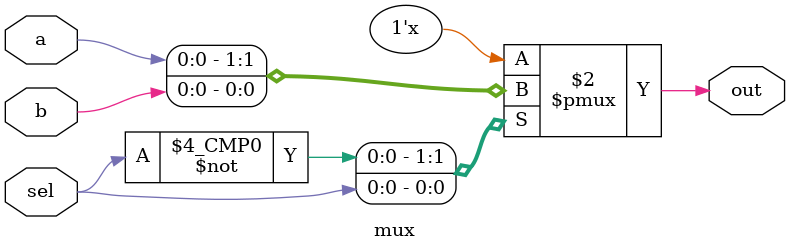
<source format=v>
module mux(
input   wire    a,  //input a
input   wire    b,  //input b
input   wire    sel,    //selector

output  reg     out //output
    );
    
always @(a or b or sel)
begin
    case(sel)
        1'b0    :   out = a;
        1'b1    :   out = b;
        //default   : out = 1'b0;
        //full case가 아닐 경우 defulat 필요
    endcase
end
    
endmodule

</source>
